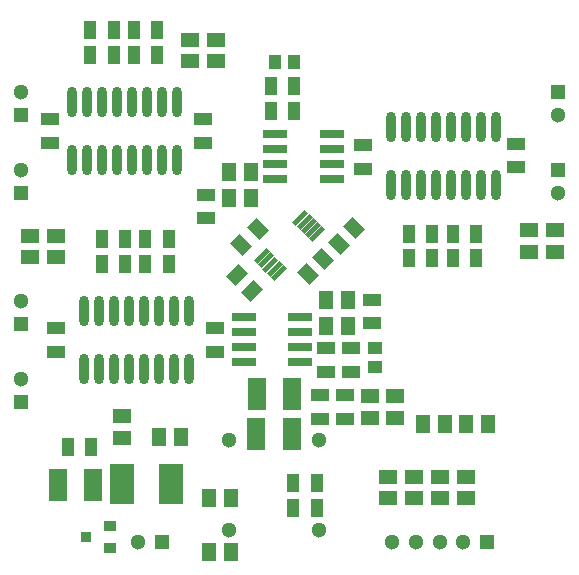
<source format=gbs>
G04*
G04 #@! TF.GenerationSoftware,Altium Limited,Altium Designer,22.7.1 (60)*
G04*
G04 Layer_Color=16711935*
%FSLAX43Y43*%
%MOMM*%
G71*
G04*
G04 #@! TF.SameCoordinates,D6A07BB3-E300-4989-B7AD-CA0A744D7D9A*
G04*
G04*
G04 #@! TF.FilePolarity,Negative*
G04*
G01*
G75*
%ADD17R,1.150X1.500*%
%ADD18R,1.100X1.500*%
%ADD20R,1.500X1.150*%
%ADD21R,1.500X1.100*%
%ADD22R,2.000X0.700*%
G04:AMPARAMS|DCode=24|XSize=1.1mm|YSize=1.5mm|CornerRadius=0mm|HoleSize=0mm|Usage=FLASHONLY|Rotation=45.000|XOffset=0mm|YOffset=0mm|HoleType=Round|Shape=Rectangle|*
%AMROTATEDRECTD24*
4,1,4,0.141,-0.919,-0.919,0.141,-0.141,0.919,0.919,-0.141,0.141,-0.919,0.0*
%
%ADD24ROTATEDRECTD24*%

%ADD26R,1.200X1.100*%
%ADD27C,0.100*%
%ADD28C,1.300*%
%ADD29R,1.300X1.300*%
%ADD30R,1.300X1.300*%
%ADD59R,0.900X0.900*%
%ADD60R,1.000X0.900*%
%ADD61R,2.050X3.500*%
%ADD62R,1.600X2.800*%
%ADD63R,1.100X1.200*%
G04:AMPARAMS|DCode=64|XSize=1.5mm|YSize=1.15mm|CornerRadius=0mm|HoleSize=0mm|Usage=FLASHONLY|Rotation=135.000|XOffset=0mm|YOffset=0mm|HoleType=Round|Shape=Rectangle|*
%AMROTATEDRECTD64*
4,1,4,0.937,-0.124,0.124,-0.937,-0.937,0.124,-0.124,0.937,0.937,-0.124,0.0*
%
%ADD64ROTATEDRECTD64*%

G04:AMPARAMS|DCode=65|XSize=1.5mm|YSize=1.15mm|CornerRadius=0mm|HoleSize=0mm|Usage=FLASHONLY|Rotation=45.000|XOffset=0mm|YOffset=0mm|HoleType=Round|Shape=Rectangle|*
%AMROTATEDRECTD65*
4,1,4,-0.124,-0.937,-0.937,-0.124,0.124,0.937,0.937,0.124,-0.124,-0.937,0.0*
%
%ADD65ROTATEDRECTD65*%

%ADD66O,0.800X2.600*%
G04:AMPARAMS|DCode=67|XSize=0.4mm|YSize=1.55mm|CornerRadius=0mm|HoleSize=0mm|Usage=FLASHONLY|Rotation=135.000|XOffset=0mm|YOffset=0mm|HoleType=Round|Shape=Rectangle|*
%AMROTATEDRECTD67*
4,1,4,0.689,0.407,-0.407,-0.689,-0.689,-0.407,0.407,0.689,0.689,0.407,0.0*
%
%ADD67ROTATEDRECTD67*%

D17*
X20025Y1400D02*
D03*
X18175D02*
D03*
X39975Y12300D02*
D03*
X41825D02*
D03*
X15825Y11200D02*
D03*
X13975D02*
D03*
X19875Y33600D02*
D03*
X21725D02*
D03*
Y31400D02*
D03*
X19875D02*
D03*
X29925Y20600D02*
D03*
X28075D02*
D03*
Y22800D02*
D03*
X29925D02*
D03*
X38125Y12300D02*
D03*
X36275D02*
D03*
X20025Y6000D02*
D03*
X18175D02*
D03*
D18*
X25300Y7300D02*
D03*
X27300D02*
D03*
X25300Y5200D02*
D03*
X27300D02*
D03*
X8200Y10327D02*
D03*
X6200D02*
D03*
X25400Y38800D02*
D03*
X23400D02*
D03*
X25400Y40900D02*
D03*
X23400D02*
D03*
X11100Y27900D02*
D03*
X9100D02*
D03*
X11100Y25800D02*
D03*
X9100D02*
D03*
X12800D02*
D03*
X14800D02*
D03*
X12800Y27900D02*
D03*
X14800D02*
D03*
X10100Y45600D02*
D03*
X8100D02*
D03*
X10100Y43500D02*
D03*
X8100D02*
D03*
X11800D02*
D03*
X13800D02*
D03*
X11800Y45600D02*
D03*
X13800D02*
D03*
X38800Y26300D02*
D03*
X40800D02*
D03*
X38800Y28400D02*
D03*
X40800D02*
D03*
X37100D02*
D03*
X35100D02*
D03*
X37100Y26300D02*
D03*
X35100D02*
D03*
D20*
X33300Y7825D02*
D03*
Y5975D02*
D03*
X37700Y7825D02*
D03*
Y5975D02*
D03*
X39900Y7825D02*
D03*
Y5975D02*
D03*
X16600Y44825D02*
D03*
Y42975D02*
D03*
X18800D02*
D03*
Y44825D02*
D03*
X5200Y26375D02*
D03*
Y28225D02*
D03*
X3000Y28225D02*
D03*
Y26375D02*
D03*
X10800Y12925D02*
D03*
Y11075D02*
D03*
X31800Y12775D02*
D03*
Y14625D02*
D03*
X35500Y7825D02*
D03*
Y5975D02*
D03*
X33900Y14625D02*
D03*
X33900Y12775D02*
D03*
X47500Y26875D02*
D03*
Y28725D02*
D03*
X45300D02*
D03*
Y26875D02*
D03*
D21*
X17900Y29700D02*
D03*
Y31700D02*
D03*
X17700Y38100D02*
D03*
Y36100D02*
D03*
X31200Y33900D02*
D03*
Y35900D02*
D03*
X5200Y18400D02*
D03*
Y20400D02*
D03*
X4700Y36100D02*
D03*
Y38100D02*
D03*
X32000Y22800D02*
D03*
Y20800D02*
D03*
X18700Y20400D02*
D03*
Y18400D02*
D03*
X29700Y14700D02*
D03*
Y12700D02*
D03*
X44200Y36000D02*
D03*
Y34000D02*
D03*
X30200Y18700D02*
D03*
Y16700D02*
D03*
X28100Y18700D02*
D03*
Y16700D02*
D03*
X27600Y12700D02*
D03*
Y14700D02*
D03*
D22*
X23800Y32995D02*
D03*
Y34265D02*
D03*
Y35535D02*
D03*
Y36805D02*
D03*
X28600Y32995D02*
D03*
Y34265D02*
D03*
Y35535D02*
D03*
Y36805D02*
D03*
X25900Y21305D02*
D03*
Y20035D02*
D03*
Y18765D02*
D03*
Y17495D02*
D03*
X21100Y21305D02*
D03*
Y20035D02*
D03*
Y18765D02*
D03*
Y17495D02*
D03*
D24*
X22307Y28807D02*
D03*
X20893Y27393D02*
D03*
D26*
X32200Y18700D02*
D03*
Y17100D02*
D03*
D27*
X3075Y46950D02*
D03*
X47000Y47000D02*
D03*
X3000Y3000D02*
D03*
X47000Y3000D02*
D03*
D28*
X2300Y33800D02*
D03*
X47700Y38400D02*
D03*
X2300Y40400D02*
D03*
X47700Y31800D02*
D03*
X2300Y16100D02*
D03*
X12200Y2250D02*
D03*
X2300Y22700D02*
D03*
X33700Y2250D02*
D03*
X35700Y2250D02*
D03*
X37700D02*
D03*
X39700D02*
D03*
X27510Y3290D02*
D03*
X19890D02*
D03*
Y10910D02*
D03*
X27510D02*
D03*
D29*
X2300Y31800D02*
D03*
X47700Y40400D02*
D03*
X2300Y38400D02*
D03*
X47700Y33800D02*
D03*
X2300Y14100D02*
D03*
Y20700D02*
D03*
D30*
X14200Y2250D02*
D03*
X41700Y2250D02*
D03*
D59*
X7800Y2700D02*
D03*
D60*
X9800Y1750D02*
D03*
Y3650D02*
D03*
D61*
X15000Y7200D02*
D03*
X10800D02*
D03*
D62*
X8370Y7100D02*
D03*
X5370D02*
D03*
X22225Y14800D02*
D03*
X25225D02*
D03*
X25175Y11400D02*
D03*
X22175D02*
D03*
D63*
X23800Y42900D02*
D03*
X25400D02*
D03*
D64*
X27854Y26254D02*
D03*
X26546Y24946D02*
D03*
X29146Y27546D02*
D03*
X30454Y28854D02*
D03*
D65*
X21854Y23546D02*
D03*
X20546Y24854D02*
D03*
D66*
X7555Y21850D02*
D03*
X8825D02*
D03*
X10095D02*
D03*
X11365D02*
D03*
X12635D02*
D03*
X13905D02*
D03*
X15175D02*
D03*
X16445D02*
D03*
X7555Y16950D02*
D03*
X8825D02*
D03*
X10095D02*
D03*
X11365D02*
D03*
X12635D02*
D03*
X13905D02*
D03*
X15175D02*
D03*
X16445D02*
D03*
X42445Y32550D02*
D03*
X41175D02*
D03*
X39905D02*
D03*
X38635D02*
D03*
X37365D02*
D03*
X36095D02*
D03*
X34825D02*
D03*
X33555D02*
D03*
X42445Y37450D02*
D03*
X41175D02*
D03*
X39905D02*
D03*
X38635D02*
D03*
X37365D02*
D03*
X36095D02*
D03*
X34825D02*
D03*
X33555D02*
D03*
X6555Y39550D02*
D03*
X7825D02*
D03*
X9095D02*
D03*
X10365D02*
D03*
X11635D02*
D03*
X12905D02*
D03*
X14175D02*
D03*
X15445D02*
D03*
X6555Y34650D02*
D03*
X7825D02*
D03*
X9095D02*
D03*
X10365D02*
D03*
X11635D02*
D03*
X12905D02*
D03*
X14175D02*
D03*
X15445D02*
D03*
D67*
X25919Y29733D02*
D03*
X26273Y29380D02*
D03*
X26626Y29026D02*
D03*
X26980Y28673D02*
D03*
X22667Y26481D02*
D03*
X23020Y26127D02*
D03*
X23374Y25774D02*
D03*
X23727Y25420D02*
D03*
X27333Y28319D02*
D03*
X24081Y25067D02*
D03*
M02*

</source>
